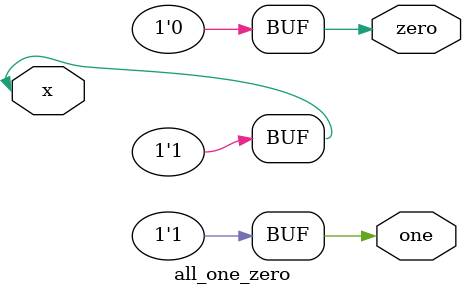
<source format=v>
`timescale 1ns / 1ps


module all_one_zero(x,zero, one);
input x;
output zero,one;
assign x=4'b0101;

  assign zero = ~(|x);
  assign one = &x;
endmodule


</source>
